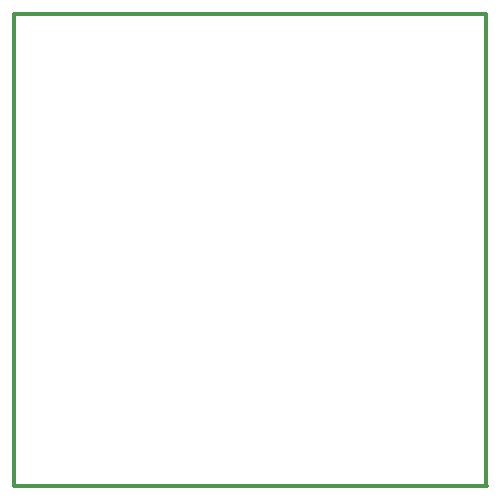
<source format=gko>
%FSLAX44Y44*%
%MOMM*%
G71*
G01*
G75*
G04 Layer_Color=16711935*
%ADD10O,2.4000X0.7500*%
%ADD11O,0.7500X2.4000*%
%ADD12R,0.6200X0.5000*%
%ADD13R,1.0000X1.1000*%
%ADD14R,0.4000X0.8000*%
%ADD15R,2.0000X2.2000*%
%ADD16R,1.1500X0.6500*%
%ADD17R,0.8000X0.5400*%
%ADD18R,1.3000X0.4500*%
%ADD19R,1.7000X1.3400*%
%ADD20R,1.7000X1.4000*%
%ADD21R,0.6000X0.6200*%
%ADD22R,1.5000X1.6000*%
%ADD23R,5.0000X1.9000*%
%ADD24P,0.8485X4X180.0*%
%ADD25C,0.2032*%
%ADD26C,0.2000*%
%ADD27C,0.7500*%
%ADD28C,0.3000*%
%ADD29C,0.5000*%
%ADD30C,0.1800*%
%ADD31C,0.8000*%
%ADD32C,1.2000*%
%ADD33C,1.0000*%
%ADD34R,5.0000X4.0000*%
%ADD35R,5.0000X4.0000*%
%ADD36C,3.0000*%
%ADD37C,1.0000*%
%ADD38R,1.0000X1.0000*%
%ADD39C,0.6100*%
%ADD40C,0.6000*%
%ADD41C,1.2700*%
%ADD42C,0.6350*%
%ADD43R,2.8700X0.7110*%
%ADD44R,1.1000X1.0000*%
%ADD45R,0.5000X2.1300*%
%ADD46R,3.2000X1.0000*%
%ADD47R,2.6000X1.0000*%
%ADD48R,1.2000X0.9000*%
%ADD49R,1.2700X1.2700*%
%ADD50R,0.5000X0.5000*%
%ADD51R,0.5000X0.4000*%
%ADD52C,0.2500*%
%ADD53C,0.1524*%
%ADD54C,0.2540*%
%ADD55C,0.1499*%
%ADD56O,2.6032X0.9532*%
%ADD57O,0.9532X2.6032*%
%ADD58R,0.8232X0.7032*%
%ADD59R,1.2032X1.3032*%
%ADD60R,0.6032X1.0032*%
%ADD61R,2.2032X2.4032*%
%ADD62R,1.3532X0.8532*%
%ADD63R,1.0032X0.7432*%
%ADD64R,1.5032X0.6532*%
%ADD65R,1.9032X1.5432*%
%ADD66R,1.9032X1.6032*%
%ADD67R,0.8032X0.8232*%
%ADD68R,1.7032X1.8032*%
%ADD69R,5.2032X2.1032*%
%ADD70P,1.1359X4X180.0*%
%ADD71C,3.2032*%
%ADD72C,1.2032*%
%ADD73R,1.2032X1.2032*%
%ADD74C,0.8132*%
%ADD75C,0.8032*%
%ADD76C,1.4732*%
%ADD77R,3.0732X0.9142*%
%ADD78R,1.3032X1.2032*%
%ADD79R,0.7032X2.3332*%
%ADD80R,3.4032X1.2032*%
%ADD81R,2.8032X1.2032*%
%ADD82R,1.4032X1.1032*%
%ADD83R,1.4732X1.4732*%
%ADD84R,0.7032X0.7032*%
%ADD85R,0.7032X0.6032*%
%ADD86C,0.3001*%
%ADD87C,0.0254*%
%ADD88C,0.2286*%
D28*
X0Y400000D02*
X400000D01*
X0Y-0D02*
Y400000D01*
Y-0D02*
X400000D01*
Y400000D01*
X0D02*
X400000D01*
X0D02*
X400000D01*
X0Y-0D02*
Y400000D01*
Y-0D02*
X400000D01*
Y400000D01*
Y-0D02*
Y400000D01*
X762Y-254D02*
X400762D01*
M02*

</source>
